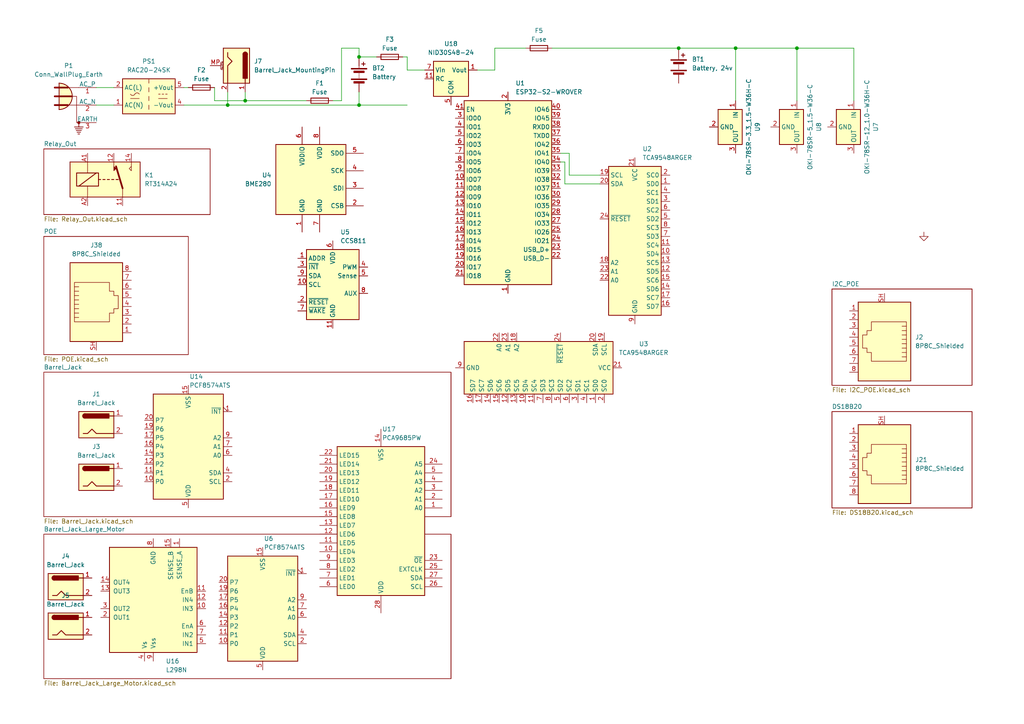
<source format=kicad_sch>
(kicad_sch (version 20230121) (generator eeschema)
  (paper "A4")
  (lib_symbols
    (symbol "Connector:8P8C_Shielded" (pin_names (offset 1.016))
      (property "Reference" "J" (at -5.08 13.97 0))
      (property "Value" "8P8C_Shielded" (at 2.54 13.97 0))
      (symbol "8P8C_Shielded_0_1"
        (polyline (pts (xy -5.08 4.445) (xy -6.35 4.445)))
        (polyline (pts (xy -5.08 5.715) (xy -6.35 5.715)))
        (polyline (pts (xy -6.35 -3.175) (xy -5.08 -3.175) (xy -5.08 -3.175)))
        (polyline (pts (xy -6.35 -1.905) (xy -5.08 -1.905) (xy -5.08 -1.905)))
        (polyline (pts (xy -6.35 -0.635) (xy -5.08 -0.635) (xy -5.08 -0.635)))
        (polyline (pts (xy -6.35 0.635) (xy -5.08 0.635) (xy -5.08 0.635)))
        (polyline (pts (xy -6.35 1.905) (xy -5.08 1.905) (xy -5.08 1.905)))
        (polyline (pts (xy -5.08 3.175) (xy -6.35 3.175) (xy -6.35 3.175)))
        (polyline (pts (xy -6.35 -4.445) (xy -6.35 6.985) (xy 3.81 6.985) (xy 3.81 4.445) (xy 5.08 4.445) (xy 5.08 3.175) (xy 6.35 3.175) (xy 6.35 -0.635) (xy 5.08 -0.635) (xy 5.08 -1.905) (xy 3.81 -1.905) (xy 3.81 -4.445) (xy -6.35 -4.445) (xy -6.35 -4.445)))
        (rectangle (start 7.62 12.7) (end -7.62 -10.16) (stroke (width 0.254)) (fill (type background)))
      )
      (symbol "8P8C_Shielded_1_1"
        (pin passive line (at 10.16 -7.62 180) (length 2.54) (name "~") (number "1"))
        (pin passive line (at 10.16 -5.08 180) (length 2.54) (name "~") (number "2"))
        (pin passive line (at 10.16 -2.54 180) (length 2.54) (name "~") (number "3"))
        (pin passive line (at 10.16 0 180) (length 2.54) (name "~") (number "4"))
        (pin passive line (at 10.16 2.54 180) (length 2.54) (name "~") (number "5"))
        (pin passive line (at 10.16 5.08 180) (length 2.54) (name "~") (number "6"))
        (pin passive line (at 10.16 7.62 180) (length 2.54) (name "~") (number "7"))
        (pin passive line (at 10.16 10.16 180) (length 2.54) (name "~") (number "8"))
        (pin passive line (at 0 -12.7 90) (length 2.54) (name "~") (number "SH"))
      )
    )
    (symbol "Connector:Barrel_Jack" (pin_names (offset 1.016))
      (property "Reference" "J" (at 0 5.334 0))
      (property "Value" "Barrel_Jack" (at 0 -5.08 0))
      (symbol "Barrel_Jack_0_1"
        (rectangle (start -5.08 3.81) (end 5.08 -3.81) (stroke (width 0.254)) (fill (type background)))
        (arc (start -3.302 3.175) (mid -3.9343 2.54) (end -3.302 1.905) (stroke (width 0.254)))
        (arc (start -3.302 3.175) (mid -3.9343 2.54) (end -3.302 1.905) (stroke (width 0.254)) (fill (type outline)))
        (polyline (pts (xy 5.08 2.54) (xy 3.81 2.54)) (stroke (width 0.254)))
        (polyline (pts (xy -3.81 -2.54) (xy -2.54 -2.54) (xy -1.27 -1.27) (xy 0 -2.54) (xy 2.54 -2.54) (xy 5.08 -2.54)) (stroke (width 0.254)))
        (rectangle (start 3.683 3.175) (end -3.302 1.905) (stroke (width 0.254)) (fill (type outline)))
      )
      (symbol "Barrel_Jack_1_1"
        (pin passive line (at 7.62 2.54 180) (length 2.54) (name "~") (number "1"))
        (pin passive line (at 7.62 -2.54 180) (length 2.54) (name "~") (number "2"))
      )
    )
    (symbol "Connector:Barrel_Jack_MountingPin" (pin_names hide)
      (property "Reference" "J" (at 0 5.334 0))
      (property "Value" "Barrel_Jack_MountingPin" (at 1.27 -6.35 0))
      (symbol "Barrel_Jack_MountingPin_0_1"
        (rectangle (start -5.08 3.81) (end 5.08 -3.81) (stroke (width 0.254)) (fill (type background)))
        (arc (start -3.302 3.175) (mid -3.9343 2.54) (end -3.302 1.905) (stroke (width 0.254)))
        (arc (start -3.302 3.175) (mid -3.9343 2.54) (end -3.302 1.905) (stroke (width 0.254)) (fill (type outline)))
        (polyline (pts (xy 5.08 2.54) (xy 3.81 2.54)) (stroke (width 0.254)))
        (polyline (pts (xy -3.81 -2.54) (xy -2.54 -2.54) (xy -1.27 -1.27) (xy 0 -2.54) (xy 2.54 -2.54) (xy 5.08 -2.54)) (stroke (width 0.254)))
        (rectangle (start 3.683 3.175) (end -3.302 1.905) (stroke (width 0.254)) (fill (type outline)))
      )
      (symbol "Barrel_Jack_MountingPin_1_1"
        (polyline (pts (xy -1.016 -4.572) (xy 1.016 -4.572)) (stroke (width 0.1524)))
        (text "Mounting" (at 0 -4.191 0) (effects (font (size 0.381 0.381))))
        (pin passive line (at 7.62 2.54 180) (length 2.54) (name "~") (number "1"))
        (pin passive line (at 7.62 -2.54 180) (length 2.54) (name "~") (number "2"))
        (pin passive line (at 0 -7.62 90) (length 3.048) (name "MountPin") (number "MP"))
      )
    )
    (symbol "Connector:Conn_WallPlug_Earth" (pin_names (offset 0))
      (property "Reference" "P" (at 0 3.81 0))
      (property "Value" "Conn_WallPlug_Earth" (at -5.08 0 90))
      (symbol "Conn_WallPlug_Earth_0_1"
        (arc (start -3.175 -3.81) (mid 0.6184 0) (end -3.175 3.81) (stroke (width 0.254)) (fill (type background)))
        (polyline (pts (xy -4.445 -2.54) (xy -0.635 -2.54)) (stroke (width 0.508)))
        (polyline (pts (xy -4.445 0) (xy 0.508 0)) (stroke (width 0.508)))
        (polyline (pts (xy -4.445 2.54) (xy -0.635 2.54)) (stroke (width 0.508)))
        (polyline (pts (xy -3.175 -3.81) (xy -3.175 3.81)) (stroke (width 0.254)))
        (polyline (pts (xy -0.635 -2.54) (xy 2.54 -2.54)))
        (polyline (pts (xy -0.635 2.54) (xy 2.54 2.54)))
        (polyline (pts (xy 1.524 -9.398) (xy 3.556 -9.398)) (stroke (width 0.2032)))
        (polyline (pts (xy 1.778 -9.906) (xy 3.302 -9.906)) (stroke (width 0.2032)))
        (polyline (pts (xy 2.032 -10.414) (xy 3.048 -10.414)) (stroke (width 0.2032)))
        (polyline (pts (xy 2.286 -10.922) (xy 2.794 -10.922)) (stroke (width 0.2032)))
        (polyline (pts (xy 2.54 -7.62) (xy 2.54 -8.89)) (stroke (width 0.2032)))
        (polyline (pts (xy 3.81 -8.89) (xy 1.27 -8.89)) (stroke (width 0.2032)))
        (polyline (pts (xy 2.54 -7.62) (xy 1.905 -7.62) (xy 1.905 0) (xy -4.445 0)))
        (circle (center 2.54 -7.62) (radius 0.3556) (fill (type outline)))
      )
      (symbol "Conn_WallPlug_Earth_1_1"
        (pin power_out line (at 7.62 2.54 180) (length 5.08) (name "AC_P") (number "1"))
        (pin power_out line (at 7.62 -2.54 180) (length 5.08) (name "AC_N") (number "2"))
        (pin passive line (at 7.62 -7.62 180) (length 5.08) (name "EARTH") (number "3"))
      )
    )
    (symbol "Converter_ACDC:RAC20-24SK"
      (property "Reference" "PS" (at 0 6.35 0))
      (property "Value" "RAC20-24SK" (at 0 -6.35 0))
      (symbol "RAC20-24SK_1_1"
        (rectangle (start -7.62 5.08) (end 7.62 -5.08) (stroke (width 0.254)) (fill (type background)))
        (arc (start -5.334 0.635) (mid -4.699 0.2495) (end -4.064 0.635))
        (arc (start -2.794 0.635) (mid -3.429 1.0072) (end -4.064 0.635))
        (polyline (pts (xy -5.334 -0.635) (xy -2.794 -0.635)))
        (polyline (pts (xy 0 -2.54) (xy 0 -3.81)))
        (polyline (pts (xy 0 0) (xy 0 -1.27)))
        (polyline (pts (xy 0 2.54) (xy 0 1.27)))
        (polyline (pts (xy 0 5.08) (xy 0 3.81)))
        (polyline (pts (xy 2.794 -0.635) (xy 5.334 -0.635)))
        (polyline (pts (xy 2.794 0.635) (xy 3.302 0.635)))
        (polyline (pts (xy 3.81 0.635) (xy 4.318 0.635)))
        (polyline (pts (xy 4.826 0.635) (xy 5.334 0.635)))
        (pin power_in line (at -10.16 -2.54 0) (length 2.54) (name "AC(N)") (number "1"))
        (pin power_in line (at -10.16 2.54 0) (length 2.54) (name "AC(L)") (number "2"))
        (pin power_out line (at 10.16 -2.54 180) (length 2.54) (name "-Vout") (number "4"))
        (pin power_out line (at 10.16 2.54 180) (length 2.54) (name "+Vout") (number "5"))
      )
    )
    (symbol "Converter_DCDC:OKI-78SR-12_1.0-W36H-C"
      (property "Reference" "U" (at -3.81 3.175 0))
      (property "Value" "OKI-78SR-12_1.0-W36H-C" (at 0 3.175 0))
      (symbol "OKI-78SR-12_1.0-W36H-C_0_1"
        (rectangle (start -5.08 1.905) (end 5.08 -5.08) (stroke (width 0.254)) (fill (type background)))
      )
      (symbol "OKI-78SR-12_1.0-W36H-C_1_1"
        (pin power_in line (at -7.62 0 0) (length 2.54) (name "IN") (number "1"))
        (pin power_in line (at 0 -7.62 90) (length 2.54) (name "GND") (number "2"))
        (pin power_out line (at 7.62 0 180) (length 2.54) (name "OUT") (number "3"))
      )
    )
    (symbol "Converter_DCDC:OKI-78SR-3.3_1.5-W36H-C"
      (property "Reference" "U" (at -3.81 3.175 0))
      (property "Value" "OKI-78SR-3.3_1.5-W36H-C" (at 0 3.175 0))
      (symbol "OKI-78SR-3.3_1.5-W36H-C_0_1"
        (rectangle (start -5.08 1.905) (end 5.08 -5.08) (stroke (width 0.254)) (fill (type background)))
      )
      (symbol "OKI-78SR-3.3_1.5-W36H-C_1_1"
        (pin power_in line (at -7.62 0 0) (length 2.54) (name "IN") (number "1"))
        (pin power_in line (at 0 -7.62 90) (length 2.54) (name "GND") (number "2"))
        (pin power_out line (at 7.62 0 180) (length 2.54) (name "OUT") (number "3"))
      )
    )
    (symbol "Converter_DCDC:OKI-78SR-5_1.5-W36-C"
      (property "Reference" "U" (at -3.81 3.175 0))
      (property "Value" "OKI-78SR-5_1.5-W36-C" (at 0 3.175 0))
      (symbol "OKI-78SR-5_1.5-W36-C_0_1"
        (rectangle (start -5.08 1.905) (end 5.08 -5.08) (stroke (width 0.254)) (fill (type background)))
      )
      (symbol "OKI-78SR-5_1.5-W36-C_1_1"
        (pin power_in line (at -7.62 0 0) (length 2.54) (name "IN") (number "1"))
        (pin power_in line (at 0 -7.62 90) (length 2.54) (name "GND") (number "2"))
        (pin power_out line (at 7.62 0 180) (length 2.54) (name "OUT") (number "3"))
      )
    )
    (symbol "Device:Battery" (pin_numbers hide) (pin_names (offset 0) hide)
      (property "Reference" "BT" (at 2.54 2.54 0))
      (property "Value" "Battery" (at 2.54 0 0))
      (symbol "Battery_0_1"
        (rectangle (start -2.286 -1.27) (end 2.286 -1.524) (fill (type outline)))
        (rectangle (start -2.286 1.778) (end 2.286 1.524) (fill (type outline)))
        (rectangle (start -1.524 -2.032) (end 1.524 -2.54) (fill (type outline)))
        (rectangle (start -1.524 1.016) (end 1.524 0.508) (fill (type outline)))
        (polyline (pts (xy 0 -1.016) (xy 0 -0.762)))
        (polyline (pts (xy 0 -0.508) (xy 0 -0.254)))
        (polyline (pts (xy 0 0) (xy 0 0.254)))
        (polyline (pts (xy 0 1.778) (xy 0 2.54)))
        (polyline (pts (xy 0.762 3.048) (xy 1.778 3.048)) (stroke (width 0.254)))
        (polyline (pts (xy 1.27 3.556) (xy 1.27 2.54)) (stroke (width 0.254)))
      )
      (symbol "Battery_1_1"
        (pin passive line (at 0 5.08 270) (length 2.54) (name "+") (number "1"))
        (pin passive line (at 0 -5.08 90) (length 2.54) (name "-") (number "2"))
      )
    )
    (symbol "Device:Fuse" (pin_numbers hide) (pin_names (offset 0))
      (property "Reference" "F" (at 2.032 0 90))
      (property "Value" "Fuse" (at -1.905 0 90))
      (symbol "Fuse_0_1"
        (rectangle (start -0.762 -2.54) (end 0.762 2.54) (stroke (width 0.254)))
        (polyline (pts (xy 0 2.54) (xy 0 -2.54)))
      )
      (symbol "Fuse_1_1"
        (pin passive line (at 0 3.81 270) (length 1.27) (name "~") (number "1"))
        (pin passive line (at 0 -3.81 90) (length 1.27) (name "~") (number "2"))
      )
    )
    (symbol "Driver_LED:PCA9685PW"
      (property "Reference" "U" (at -12.7 22.225 0))
      (property "Value" "PCA9685PW" (at 1.27 22.225 0))
      (symbol "PCA9685PW_0_1"
        (rectangle (start -12.7 20.32) (end 12.7 -22.86) (stroke (width 0.254)) (fill (type background)))
      )
      (symbol "PCA9685PW_1_1"
        (pin input line (at -17.78 -5.08 0) (length 5.08) (name "A0") (number "1"))
        (pin output line (at 17.78 7.62 180) (length 5.08) (name "LED4") (number "10"))
        (pin output line (at 17.78 5.08 180) (length 5.08) (name "LED5") (number "11"))
        (pin output line (at 17.78 2.54 180) (length 5.08) (name "LED6") (number "12"))
        (pin output line (at 17.78 0 180) (length 5.08) (name "LED7") (number "13"))
        (pin power_in line (at 0 -27.94 90) (length 5.08) (name "VSS") (number "14"))
        (pin output line (at 17.78 -2.54 180) (length 5.08) (name "LED8") (number "15"))
        (pin output line (at 17.78 -5.08 180) (length 5.08) (name "LED9") (number "16"))
        (pin output line (at 17.78 -7.62 180) (length 5.08) (name "LED10") (number "17"))
        (pin output line (at 17.78 -10.16 180) (length 5.08) (name "LED11") (number "18"))
        (pin output line (at 17.78 -12.7 180) (length 5.08) (name "LED12") (number "19"))
        (pin input line (at -17.78 -7.62 0) (length 5.08) (name "A1") (number "2"))
        (pin output line (at 17.78 -15.24 180) (length 5.08) (name "LED13") (number "20"))
        (pin output line (at 17.78 -17.78 180) (length 5.08) (name "LED14") (number "21"))
        (pin output line (at 17.78 -20.32 180) (length 5.08) (name "LED15") (number "22"))
        (pin input line (at -17.78 10.16 0) (length 5.08) (name "~{OE}") (number "23"))
        (pin input line (at -17.78 -17.78 0) (length 5.08) (name "A5") (number "24"))
        (pin input line (at -17.78 12.7 0) (length 5.08) (name "EXTCLK") (number "25"))
        (pin input line (at -17.78 17.78 0) (length 5.08) (name "SCL") (number "26"))
        (pin bidirectional line (at -17.78 15.24 0) (length 5.08) (name "SDA") (number "27"))
        (pin power_in line (at 0 25.4 270) (length 5.08) (name "VDD") (number "28"))
        (pin input line (at -17.78 -10.16 0) (length 5.08) (name "A2") (number "3"))
        (pin input line (at -17.78 -12.7 0) (length 5.08) (name "A3") (number "4"))
        (pin input line (at -17.78 -15.24 0) (length 5.08) (name "A4") (number "5"))
        (pin output line (at 17.78 17.78 180) (length 5.08) (name "LED0") (number "6"))
        (pin output line (at 17.78 15.24 180) (length 5.08) (name "LED1") (number "7"))
        (pin output line (at 17.78 12.7 180) (length 5.08) (name "LED2") (number "8"))
        (pin output line (at 17.78 10.16 180) (length 5.08) (name "LED3") (number "9"))
      )
    )
    (symbol "Driver_Motor:L298N" (pin_names (offset 1.016))
      (property "Reference" "U" (at -10.16 16.51 0))
      (property "Value" "L298N" (at 12.7 16.51 0))
      (symbol "L298N_0_1"
        (rectangle (start -12.7 15.24) (end 12.7 -15.24) (stroke (width 0.254)) (fill (type background)))
      )
      (symbol "L298N_1_1"
        (pin power_in line (at -7.62 -17.78 90) (length 2.54) (name "SENSE_A") (number "1"))
        (pin input line (at -15.24 2.54 0) (length 2.54) (name "IN3") (number "10"))
        (pin input line (at -15.24 -2.54 0) (length 2.54) (name "EnB") (number "11"))
        (pin input line (at -15.24 0 0) (length 2.54) (name "IN4") (number "12"))
        (pin output line (at 15.24 -2.54 180) (length 2.54) (name "OUT3") (number "13"))
        (pin output line (at 15.24 -5.08 180) (length 2.54) (name "OUT4") (number "14"))
        (pin power_in line (at -5.08 -17.78 90) (length 2.54) (name "SENSE_B") (number "15"))
        (pin output line (at 15.24 5.08 180) (length 2.54) (name "OUT1") (number "2"))
        (pin output line (at 15.24 2.54 180) (length 2.54) (name "OUT2") (number "3"))
        (pin power_in line (at 2.54 17.78 270) (length 2.54) (name "Vs") (number "4"))
        (pin input line (at -15.24 12.7 0) (length 2.54) (name "IN1") (number "5"))
        (pin input line (at -15.24 7.62 0) (length 2.54) (name "EnA") (number "6"))
        (pin input line (at -15.24 10.16 0) (length 2.54) (name "IN2") (number "7"))
        (pin power_in line (at 0 -17.78 90) (length 2.54) (name "GND") (number "8"))
        (pin power_in line (at 0 17.78 270) (length 2.54) (name "Vss") (number "9"))
      )
    )
    (symbol "Interface_Expansion:PCF8574ATS"
      (property "Reference" "U" (at -8.89 16.51 0))
      (property "Value" "PCF8574ATS" (at 3.81 16.51 0))
      (symbol "PCF8574ATS_0_1"
        (rectangle (start -10.16 15.24) (end 10.16 -15.24) (stroke (width 0.254)) (fill (type background)))
      )
      (symbol "PCF8574ATS_1_1"
        (pin open_collector output_low (at -12.7 -10.16 0) (length 2.54) (name "~{INT}") (number "1"))
        (pin bidirectional line (at 12.7 10.16 180) (length 2.54) (name "P0") (number "10"))
        (pin bidirectional line (at 12.7 7.62 180) (length 2.54) (name "P1") (number "11"))
        (pin bidirectional line (at 12.7 5.08 180) (length 2.54) (name "P2") (number "12"))
        (pin no_connect line (at -10.16 -5.08 0) (length 2.54) hide (name "NC") (number "13"))
        (pin bidirectional line (at 12.7 2.54 180) (length 2.54) (name "P3") (number "14"))
        (pin power_in line (at 0 -17.78 90) (length 2.54) (name "VSS") (number "15"))
        (pin bidirectional line (at 12.7 0 180) (length 2.54) (name "P4") (number "16"))
        (pin bidirectional line (at 12.7 -2.54 180) (length 2.54) (name "P5") (number "17"))
        (pin no_connect line (at -10.16 -7.62 0) (length 2.54) hide (name "NC") (number "18"))
        (pin bidirectional line (at 12.7 -5.08 180) (length 2.54) (name "P6") (number "19"))
        (pin input line (at -12.7 10.16 0) (length 2.54) (name "SCL") (number "2"))
        (pin bidirectional line (at 12.7 -7.62 180) (length 2.54) (name "P7") (number "20"))
        (pin no_connect line (at 10.16 -10.16 180) (length 2.54) hide (name "NC") (number "3"))
        (pin bidirectional line (at -12.7 7.62 0) (length 2.54) (name "SDA") (number "4"))
        (pin power_in line (at 0 17.78 270) (length 2.54) (name "VDD") (number "5"))
        (pin input line (at -12.7 2.54 0) (length 2.54) (name "A0") (number "6"))
        (pin input line (at -12.7 0 0) (length 2.54) (name "A1") (number "7"))
        (pin no_connect line (at 10.16 -12.7 180) (length 2.54) hide (name "NC") (number "8"))
        (pin input line (at -12.7 -2.54 0) (length 2.54) (name "A2") (number "9"))
      )
    )
    (symbol "Interface_Expansion:TCA9548ARGER"
      (property "Reference" "U" (at -7.62 21.59 0))
      (property "Value" "TCA9548ARGER" (at 1.016 21.59 0))
      (symbol "TCA9548ARGER_0_1"
        (rectangle (start -7.62 20.32) (end 7.62 -22.86) (stroke (width 0.254)) (fill (type background)))
      )
      (symbol "TCA9548ARGER_1_1"
        (pin bidirectional line (at 10.16 15.24 180) (length 2.54) (name "SD0") (number "1"))
        (pin bidirectional line (at 10.16 -5.08 180) (length 2.54) (name "SD4") (number "10"))
        (pin output line (at 10.16 -2.54 180) (length 2.54) (name "SC4") (number "11"))
        (pin bidirectional line (at 10.16 -10.16 180) (length 2.54) (name "SD5") (number "12"))
        (pin output line (at 10.16 -7.62 180) (length 2.54) (name "SC5") (number "13"))
        (pin bidirectional line (at 10.16 -15.24 180) (length 2.54) (name "SD6") (number "14"))
        (pin output line (at 10.16 -12.7 180) (length 2.54) (name "SC6") (number "15"))
        (pin bidirectional line (at 10.16 -20.32 180) (length 2.54) (name "SD7") (number "16"))
        (pin output line (at 10.16 -17.78 180) (length 2.54) (name "SC7") (number "17"))
        (pin input line (at -10.16 -7.62 0) (length 2.54) (name "A2") (number "18"))
        (pin input line (at -10.16 17.78 0) (length 2.54) (name "SCL") (number "19"))
        (pin output line (at 10.16 17.78 180) (length 2.54) (name "SC0") (number "2"))
        (pin bidirectional line (at -10.16 15.24 0) (length 2.54) (name "SDA") (number "20"))
        (pin power_in line (at 0 22.86 270) (length 2.54) (name "VCC") (number "21"))
        (pin input line (at -10.16 -12.7 0) (length 2.54) (name "A0") (number "22"))
        (pin input line (at -10.16 -10.16 0) (length 2.54) (name "A1") (number "23"))
        (pin input line (at -10.16 5.08 0) (length 2.54) (name "~{RESET}") (number "24"))
        (pin no_connect line (at -7.62 -15.24 0) (length 2.54) hide (name "1EP") (number "25"))
        (pin bidirectional line (at 10.16 10.16 180) (length 2.54) (name "SD1") (number "3"))
        (pin output line (at 10.16 12.7 180) (length 2.54) (name "SC1") (number "4"))
        (pin bidirectional line (at 10.16 5.08 180) (length 2.54) (name "SD2") (number "5"))
        (pin output line (at 10.16 7.62 180) (length 2.54) (name "SC2") (number "6"))
        (pin bidirectional line (at 10.16 0 180) (length 2.54) (name "SD3") (number "7"))
        (pin output line (at 10.16 2.54 180) (length 2.54) (name "SC3") (number "8"))
        (pin power_in line (at 0 -25.4 90) (length 2.54) (name "GND") (number "9"))
      )
    )
    (symbol "RF_Module:ESP32-S2-WROVER"
      (property "Reference" "U" (at -12.7 29.21 0))
      (property "Value" "ESP32-S2-WROVER" (at 2.54 29.21 0))
      (symbol "ESP32-S2-WROVER_0_1"
        (rectangle (start -12.7 27.94) (end 12.7 -25.4) (stroke (width 0.254)) (fill (type background)))
      )
      (symbol "ESP32-S2-WROVER_1_1"
        (pin power_in line (at 0 -27.94 90) (length 2.54) (name "GND") (number "1"))
        (pin bidirectional line (at -15.24 5.08 0) (length 2.54) (name "IO07") (number "10"))
        (pin bidirectional line (at -15.24 2.54 0) (length 2.54) (name "IO08") (number "11"))
        (pin bidirectional line (at -15.24 0 0) (length 2.54) (name "IO09") (number "12"))
        (pin bidirectional line (at -15.24 -2.54 0) (length 2.54) (name "IO10") (number "13"))
        (pin bidirectional line (at -15.24 -5.08 0) (length 2.54) (name "IO11") (number "14"))
        (pin bidirectional line (at -15.24 -7.62 0) (length 2.54) (name "IO12") (number "15"))
        (pin bidirectional line (at -15.24 -10.16 0) (length 2.54) (name "IO13") (number "16"))
        (pin bidirectional line (at -15.24 -12.7 0) (length 2.54) (name "IO14") (number "17"))
        (pin bidirectional line (at -15.24 -15.24 0) (length 2.54) (name "IO15") (number "18"))
        (pin bidirectional line (at -15.24 -17.78 0) (length 2.54) (name "IO16") (number "19"))
        (pin power_in line (at 0 30.48 270) (length 2.54) (name "3V3") (number "2"))
        (pin bidirectional line (at -15.24 -20.32 0) (length 2.54) (name "IO17") (number "20"))
        (pin bidirectional line (at -15.24 -22.86 0) (length 2.54) (name "IO18") (number "21"))
        (pin bidirectional line (at 15.24 -17.78 180) (length 2.54) (name "USB_D-") (number "22"))
        (pin bidirectional line (at 15.24 -15.24 180) (length 2.54) (name "USB_D+") (number "23"))
        (pin bidirectional line (at 15.24 -12.7 180) (length 2.54) (name "IO21") (number "24"))
        (pin bidirectional line (at 15.24 -10.16 180) (length 2.54) (name "IO26") (number "25"))
        (pin passive line (at 0 -27.94 90) (length 2.54) hide (name "GND") (number "26"))
        (pin bidirectional line (at 15.24 -7.62 180) (length 2.54) (name "IO33") (number "27"))
        (pin bidirectional line (at 15.24 -5.08 180) (length 2.54) (name "IO34") (number "28"))
        (pin bidirectional line (at 15.24 -2.54 180) (length 2.54) (name "IO35") (number "29"))
        (pin bidirectional line (at -15.24 22.86 0) (length 2.54) (name "IO00") (number "3"))
        (pin bidirectional line (at 15.24 0 180) (length 2.54) (name "IO36") (number "30"))
        (pin bidirectional line (at 15.24 2.54 180) (length 2.54) (name "IO37") (number "31"))
        (pin bidirectional line (at 15.24 5.08 180) (length 2.54) (name "IO38") (number "32"))
        (pin bidirectional line (at 15.24 7.62 180) (length 2.54) (name "IO39") (number "33"))
        (pin bidirectional line (at 15.24 10.16 180) (length 2.54) (name "IO40") (number "34"))
        (pin bidirectional line (at 15.24 12.7 180) (length 2.54) (name "IO41") (number "35"))
        (pin bidirectional line (at 15.24 15.24 180) (length 2.54) (name "IO42") (number "36"))
        (pin bidirectional line (at 15.24 17.78 180) (length 2.54) (name "TXD0") (number "37"))
        (pin bidirectional line (at 15.24 20.32 180) (length 2.54) (name "RXD0") (number "38"))
        (pin bidirectional line (at 15.24 22.86 180) (length 2.54) (name "IO45") (number "39"))
        (pin bidirectional line (at -15.24 20.32 0) (length 2.54) (name "IO01") (number "4"))
        (pin input line (at 15.24 25.4 180) (length 2.54) (name "IO46") (number "40"))
        (pin input line (at -15.24 25.4 0) (length 2.54) (name "EN") (number "41"))
        (pin passive line (at 0 -27.94 90) (length 2.54) hide (name "GND") (number "42"))
        (pin passive line (at 0 -27.94 90) (length 2.54) hide (name "GND") (number "43"))
        (pin bidirectional line (at -15.24 17.78 0) (length 2.54) (name "IO02") (number "5"))
        (pin bidirectional line (at -15.24 15.24 0) (length 2.54) (name "IO03") (number "6"))
        (pin bidirectional line (at -15.24 12.7 0) (length 2.54) (name "IO04") (number "7"))
        (pin bidirectional line (at -15.24 10.16 0) (length 2.54) (name "IO05") (number "8"))
        (pin bidirectional line (at -15.24 7.62 0) (length 2.54) (name "IO06") (number "9"))
      )
    )
    (symbol "Regulator_Switching:NID30S48-24"
      (property "Reference" "U" (at -5.08 6.35 0))
      (property "Value" "NID30S48-24" (at 0 6.35 0))
      (symbol "NID30S48-24_0_1"
        (rectangle (start -5.08 5.08) (end 5.08 -5.08) (stroke (width 0.254)) (fill (type background)))
      )
      (symbol "NID30S48-24_1_1"
        (pin power_out line (at 7.62 2.54 180) (length 2.54) (name "Vout") (number "1"))
        (pin no_connect line (at 5.08 -2.54 180) (length 2.54) hide (name "NC") (number "10"))
        (pin input line (at -7.62 0 0) (length 2.54) (name "RC") (number "11"))
        (pin passive line (at 7.62 2.54 180) (length 2.54) hide (name "Vout") (number "2"))
        (pin passive line (at 7.62 2.54 180) (length 2.54) hide (name "Vout") (number "3"))
        (pin passive line (at 7.62 2.54 180) (length 2.54) hide (name "Vout") (number "4"))
        (pin power_in line (at 0 -7.62 90) (length 2.54) (name "COM") (number "5"))
        (pin passive line (at 0 -7.62 90) (length 2.54) hide (name "COM") (number "6"))
        (pin power_in line (at -7.62 2.54 0) (length 2.54) (name "Vin") (number "7"))
        (pin passive line (at -7.62 2.54 0) (length 2.54) hide (name "Vin") (number "8"))
        (pin no_connect line (at 5.08 0 180) (length 2.54) hide (name "NC") (number "9"))
      )
    )
    (symbol "Relay:RT314A24"
      (property "Reference" "K" (at 11.43 3.81 0))
      (property "Value" "RT314A24" (at 11.43 1.27 0))
      (symbol "RT314A24_0_0"
        (polyline (pts (xy -2.54 1.905) (xy -7.62 -1.905)) (stroke (width 0.254)))
      )
      (symbol "RT314A24_0_1"
        (rectangle (start -10.16 5.08) (end 10.16 -5.08) (stroke (width 0.254)) (fill (type background)))
        (rectangle (start -8.255 1.905) (end -1.905 -1.905) (stroke (width 0.254)))
        (polyline (pts (xy -5.08 -5.08) (xy -5.08 -1.905)))
        (polyline (pts (xy -5.08 5.08) (xy -5.08 1.905)))
        (polyline (pts (xy -1.905 0) (xy -1.27 0)) (stroke (width 0.254)))
        (polyline (pts (xy -0.635 0) (xy 0 0)) (stroke (width 0.254)))
        (polyline (pts (xy 0.635 0) (xy 1.27 0)) (stroke (width 0.254)))
        (polyline (pts (xy 1.905 0) (xy 2.54 0)) (stroke (width 0.254)))
        (polyline (pts (xy 3.175 0) (xy 3.81 0)) (stroke (width 0.254)))
        (polyline (pts (xy 5.08 -2.54) (xy 3.175 3.81)) (stroke (width 0.508)))
        (polyline (pts (xy 5.08 -2.54) (xy 5.08 -5.08)))
        (polyline (pts (xy 2.54 5.08) (xy 2.54 2.54) (xy 3.175 3.175) (xy 2.54 3.81)) (fill (type outline)))
        (polyline (pts (xy 7.62 5.08) (xy 7.62 2.54) (xy 6.985 3.175) (xy 7.62 3.81)))
      )
      (symbol "RT314A24_1_1"
        (pin passive line (at 5.08 -7.62 90) (length 2.54) (name "~") (number "11"))
        (pin passive line (at 2.54 7.62 270) (length 2.54) (name "~") (number "12"))
        (pin passive line (at 7.62 7.62 270) (length 2.54) (name "~") (number "14"))
        (pin passive line (at -5.08 7.62 270) (length 2.54) (name "~") (number "A1"))
        (pin passive line (at -5.08 -7.62 90) (length 2.54) (name "~") (number "A2"))
      )
    )
    (symbol "Sensor:BME280"
      (property "Reference" "U" (at -8.89 11.43 0))
      (property "Value" "BME280" (at 7.62 11.43 0))
      (symbol "BME280_0_1"
        (rectangle (start -10.16 10.16) (end 10.16 -10.16) (stroke (width 0.254)) (fill (type background)))
      )
      (symbol "BME280_1_1"
        (pin power_in line (at -2.54 -15.24 90) (length 5.08) (name "GND") (number "1"))
        (pin input line (at 15.24 -7.62 180) (length 5.08) (name "CSB") (number "2"))
        (pin bidirectional line (at 15.24 -2.54 180) (length 5.08) (name "SDI") (number "3"))
        (pin input line (at 15.24 2.54 180) (length 5.08) (name "SCK") (number "4"))
        (pin bidirectional line (at 15.24 7.62 180) (length 5.08) (name "SDO") (number "5"))
        (pin power_in line (at -2.54 15.24 270) (length 5.08) (name "VDDIO") (number "6"))
        (pin power_in line (at 2.54 -15.24 90) (length 5.08) (name "GND") (number "7"))
        (pin power_in line (at 2.54 15.24 270) (length 5.08) (name "VDD") (number "8"))
      )
    )
    (symbol "Sensor_Gas:CCS811"
      (property "Reference" "U" (at -8.89 13.97 0))
      (property "Value" "CCS811" (at -6.35 11.43 0))
      (symbol "CCS811_0_1"
        (rectangle (start -7.62 10.16) (end 7.62 -10.16) (stroke (width 0.254)) (fill (type background)))
      )
      (symbol "CCS811_1_1"
        (pin input line (at -10.16 7.62 0) (length 2.54) (name "ADDR") (number "1"))
        (pin input line (at -10.16 0 0) (length 2.54) (name "SCL") (number "10"))
        (pin power_in line (at 0 -12.7 90) (length 2.54) (name "GND") (number "11"))
        (pin input line (at -10.16 -5.08 0) (length 2.54) (name "~{RESET}") (number "2"))
        (pin output line (at -10.16 5.08 0) (length 2.54) (name "~{INT}") (number "3"))
        (pin output line (at 10.16 5.08 180) (length 2.54) (name "PWM") (number "4"))
        (pin bidirectional line (at 10.16 2.54 180) (length 2.54) (name "Sense") (number "5"))
        (pin power_in line (at 0 12.7 270) (length 2.54) (name "VDD") (number "6"))
        (pin input line (at -10.16 -7.62 0) (length 2.54) (name "~{WAKE}") (number "7"))
        (pin input line (at 10.16 -2.54 180) (length 2.54) (name "AUX") (number "8"))
        (pin bidirectional line (at -10.16 2.54 0) (length 2.54) (name "SDA") (number "9"))
      )
    )
    (symbol "power:GND" (power) (pin_names (offset 0))
      (property "Value" "GND" (at 0 -3.81 0))
      (symbol "GND_0_1"
        (polyline (pts (xy 0 0) (xy 0 -1.27) (xy 1.27 -1.27) (xy 0 -2.54) (xy -1.27 -1.27) (xy 0 -1.27)))
      )
      (symbol "GND_1_1"
        (pin power_in line (at 0 0 270) (length 0) hide (name "GND") (number "1"))
      )
    )
  )
  (junction (at 66.04 30.48))
  (junction (at 231.14 13.97))
  (junction (at 196.85 13.97))
  (junction (at 104.14 30.48))
  (junction (at 213.36 13.97))
  (junction (at 104.14 16.51))
  (junction (at 71.12 29.21))
  (wire (pts (xy 104.14 30.48) (xy 118.11 30.48)))
  (wire (pts (xy 96.52 29.21) (xy 99.06 29.21)))
  (wire (pts (xy 163.83 53.34) (xy 173.99 53.34)))
  (wire (pts (xy 163.83 46.99) (xy 162.56 46.99)))
  (wire (pts (xy 231.14 13.97) (xy 247.65 13.97)))
  (wire (pts (xy 143.51 13.97) (xy 152.4997 13.97)))
  (wire (pts (xy 213.36 13.97) (xy 213.36 29.21)))
  (wire (pts (xy 247.65 13.97) (xy 247.65 29.21)))
  (wire (pts (xy 53.34 30.48) (xy 66.04 30.48)))
  (wire (pts (xy 62.23 25.4) (xy 62.23 29.21)))
  (wire (pts (xy 66.04 30.48) (xy 104.14 30.48)))
  (wire (pts (xy 165.1 50.8) (xy 173.99 50.8)))
  (wire (pts (xy 165.1 44.45) (xy 165.1 50.8)))
  (wire (pts (xy 99.06 13.97) (xy 104.14 13.97)))
  (wire (pts (xy 196.85 13.97) (xy 213.36 13.97)))
  (wire (pts (xy 163.83 46.99) (xy 163.83 53.34)))
  (wire (pts (xy 104.14 16.51) (xy 109.22 16.51)))
  (wire (pts (xy 162.56 44.45) (xy 165.1 44.45)))
  (wire (pts (xy 143.51 20.32) (xy 143.51 13.97)))
  (wire (pts (xy 138.43 20.32) (xy 143.51 20.32)))
  (wire (pts (xy 231.14 13.97) (xy 231.14 29.21)))
  (wire (pts (xy 71.12 29.21) (xy 88.9 29.21)))
  (wire (pts (xy 116.84 16.51) (xy 118.11 16.51)))
  (wire (pts (xy 99.06 29.21) (xy 99.06 13.97)))
  (wire (pts (xy 27.94 25.4) (xy 33.02 25.4)))
  (wire (pts (xy 104.14 13.97) (xy 104.14 16.51)))
  (wire (pts (xy 104.14 30.48) (xy 104.14 26.67)))
  (wire (pts (xy 27.94 30.48) (xy 33.02 30.48)))
  (wire (pts (xy 66.04 26.67) (xy 66.04 30.48)))
  (wire (pts (xy 53.34 25.4) (xy 54.61 25.4)))
  (wire (pts (xy 118.11 20.32) (xy 123.19 20.32)))
  (wire (pts (xy 160.1197 13.97) (xy 196.85 13.97)))
  (wire (pts (xy 118.11 16.51) (xy 118.11 20.32)))
  (wire (pts (xy 213.36 13.97) (xy 231.14 13.97)))
  (wire (pts (xy 71.12 26.67) (xy 71.12 29.21)))
  (wire (pts (xy 62.23 29.21) (xy 71.12 29.21)))
  (symbol (lib_id "Sensor_Gas:CCS811") (at 96.52 82.55 0) (unit 1)
    (property "Reference" "U5" (at 98.7141 67.31 0) (effects (justify left)))
    (property "Value" "CCS811" (at 98.7141 69.85 0) (effects (justify left)))
    (property "Footprint" "Package_LGA:AMS_LGA-10-1EP_2.7x4mm_P0.6mm" (effects hide))
    (property "Datasheet" "https://www.sciosense.com/wp-content/uploads/documents/SC-001232-DS-3-CCS811B-Datasheet-Revision-2.pdf" (effects hide))
  )
  (symbol (lib_id "Device:Fuse") (at 113.03 16.51 90) (unit 1)
    (property "Reference" "F3" (at 113.03 11.43 90))
    (property "Value" "Fuse" (at 113.03 13.97 90))
  )
  (symbol (lib_id "Device:Battery") (at 196.85 19.05 0) (unit 1)
    (property "Reference" "BT1" (at 200.66 17.2085 0) (effects (justify left)))
    (property "Value" "Battery, 24v" (at 200.66 19.7485 0) (effects (justify left)))
  )
  (symbol (lib_id "Connector:Barrel_Jack") (at 19.05 181.61 0) (unit 1)
    (property "Reference" "J5" (at 19.05 172.72 0))
    (property "Value" "Barrel_Jack" (at 19.05 175.26 0))
  )
  (symbol (lib_id "Sensor:BME280") (at 90.17 52.07 0) (unit 1)
    (property "Reference" "U4" (at 78.74 50.8 0) (effects (justify right)))
    (property "Value" "BME280" (at 78.74 53.34 0) (effects (justify right)))
    (property "Footprint" "Package_LGA:Bosch_LGA-8_2.5x2.5mm_P0.65mm_ClockwisePinNumbering" (effects hide))
    (property "Datasheet" "https://www.bosch-sensortec.com/media/boschsensortec/downloads/datasheets/bst-bme280-ds002.pdf" (effects hide))
  )
  (symbol (lib_id "Driver_LED:PCA9685PW") (at 110.49 152.4 180) (unit 1)
    (property "Reference" "U17" (at 110.8359 124.46 0) (effects (justify right)))
    (property "Value" "PCA9685PW" (at 110.8359 127 0) (effects (justify right)))
    (property "Footprint" "Package_SO:TSSOP-28_4.4x9.7mm_P0.65mm" (effects hide))
    (property "Datasheet" "http://www.nxp.com/docs/en/data-sheet/PCA9685.pdf" (effects hide))
  )
  (symbol (lib_id "Interface_Expansion:TCA9548ARGER") (at 157.48 106.68 270) (unit 1)
    (property "Reference" "U3" (at 186.69 99.7519 90))
    (property "Value" "TCA9548ARGER" (at 186.69 102.2919 90))
    (property "Footprint" "Package_DFN_QFN:Texas_RGE0024C_EP2.1x2.1mm" (effects hide))
    (property "Datasheet" "http://www.ti.com/lit/ds/symlink/tca9548a.pdf" (effects hide))
  )
  (symbol (lib_id "Device:Fuse") (at 58.42 25.4 90) (unit 1)
    (property "Reference" "F2" (at 58.42 20.32 90))
    (property "Value" "Fuse" (at 58.42 22.86 90))
  )
  (symbol (lib_id "Converter_DCDC:OKI-78SR-12_1.0-W36H-C") (at 247.65 36.83 270) (unit 1)
    (property "Reference" "U7" (at 254 36.83 0))
    (property "Value" "OKI-78SR-12_1.0-W36H-C" (at 251.46 36.83 0))
    (property "Footprint" "Converter_DCDC:Converter_DCDC_Murata_OKI-78SR_Horizontal" (effects hide))
    (property "Datasheet" "https://power.murata.com/data/power/oki-78sr.pdf" (effects hide))
  )
  (symbol (lib_id "Connector:Conn_WallPlug_Earth") (at 20.32 27.94 0) (unit 1)
    (property "Reference" "P1" (at 19.9263 19.05 0))
    (property "Value" "Conn_WallPlug_Earth" (at 19.9263 21.59 0))
  )
  (symbol (lib_id "Device:Fuse") (at 92.71 29.21 90) (unit 1)
    (property "Reference" "F1" (at 92.71 24.13 90))
    (property "Value" "Fuse" (at 92.71 26.67 90))
  )
  (symbol (lib_id "Interface_Expansion:TCA9548ARGER") (at 184.15 68.58 0) (unit 1)
    (property "Reference" "U2" (at 186.3441 43.18 0) (effects (justify left)))
    (property "Value" "TCA9548ARGER" (at 186.3441 45.72 0) (effects (justify left)))
    (property "Footprint" "Package_DFN_QFN:Texas_RGE0024C_EP2.1x2.1mm" (effects hide))
    (property "Datasheet" "http://www.ti.com/lit/ds/symlink/tca9548a.pdf" (effects hide))
  )
  (symbol (lib_id "Interface_Expansion:PCF8574ATS") (at 76.2 176.53 180) (unit 1)
    (property "Reference" "U6" (at 76.5459 156.21 0) (effects (justify right)))
    (property "Value" "PCF8574ATS" (at 76.5459 158.75 0) (effects (justify right)))
    (property "Footprint" "Package_SO:SSOP-20_4.4x6.5mm_P0.65mm" (effects hide))
    (property "Datasheet" "http://www.nxp.com/docs/en/data-sheet/PCF8574_PCF8574A.pdf" (effects hide))
  )
  (symbol (lib_id "Connector:Barrel_Jack_MountingPin") (at 68.58 19.05 270) (unit 1)
    (property "Reference" "J7" (at 73.66 17.78 90) (effects (justify left)))
    (property "Value" "Barrel_Jack_MountingPin" (at 73.66 20.32 90) (effects (justify left)))
    (property "Footprint" "Connector_BarrelJack:BarrelJack_SwitchcraftConxall_RAPC10U_Horizontal" (effects hide))
  )
  (symbol (lib_id "Converter_DCDC:OKI-78SR-5_1.5-W36-C") (at 231.14 36.83 270) (unit 1)
    (property "Reference" "U8" (at 237.49 36.83 0))
    (property "Value" "OKI-78SR-5_1.5-W36-C" (at 234.95 36.83 0))
    (property "Footprint" "Converter_DCDC:Converter_DCDC_Murata_OKI-78SR_Vertical" (effects hide))
    (property "Datasheet" "https://power.murata.com/data/power/oki-78sr.pdf" (effects hide))
  )
  (symbol (lib_id "Connector:Barrel_Jack") (at 19.05 170.18 0) (unit 1)
    (property "Reference" "J4" (at 19.05 161.29 0))
    (property "Value" "Barrel_Jack" (at 19.05 163.83 0))
  )
  (symbol (lib_id "power:GND") (at 267.97 67.31 0) (unit 1)
    (property "Reference" "#PWR07" (effects hide))
    (property "Value" "GND" (effects hide))
  )
  (symbol (lib_id "Interface_Expansion:PCF8574ATS") (at 54.61 129.54 180) (unit 1)
    (property "Reference" "U14" (at 54.9559 109.22 0) (effects (justify right)))
    (property "Value" "PCF8574ATS" (at 54.9559 111.76 0) (effects (justify right)))
    (property "Footprint" "Package_SO:SSOP-20_4.4x6.5mm_P0.65mm" (effects hide))
    (property "Datasheet" "http://www.nxp.com/docs/en/data-sheet/PCF8574_PCF8574A.pdf" (effects hide))
  )
  (symbol (lib_id "Device:Fuse") (at 156.3097 13.97 90) (unit 1)
    (property "Reference" "F5" (at 156.3097 8.89 90))
    (property "Value" "Fuse" (at 156.3097 11.43 90))
  )
  (symbol (lib_id "Device:Battery") (at 104.14 21.59 0) (unit 1)
    (property "Reference" "BT2" (at 107.95 19.7485 0) (effects (justify left)))
    (property "Value" "Battery" (at 107.95 22.2885 0) (effects (justify left)))
  )
  (symbol (lib_id "Relay:RT314A24") (at 30.48 52.07 0) (unit 1)
    (property "Reference" "K1" (at 41.91 50.8 0) (effects (justify left)))
    (property "Value" "RT314A24" (at 41.91 53.34 0) (effects (justify left)))
    (property "Footprint" "Relay_THT:Relay_1P1T_NO_10x24x18.8mm_Panasonic_ADW11xxxxW_THT" (effects hide))
    (property "Datasheet" "https://www.te.com/commerce/DocumentDelivery/DDEController?Action=srchrtrv&DocNm=RT1_bistable&DocType=DS&DocLang=English" (effects hide))
  )
  (symbol (lib_id "Converter_DCDC:OKI-78SR-3.3_1.5-W36H-C") (at 213.36 36.83 270) (unit 1)
    (property "Reference" "U9" (at 219.71 36.83 0))
    (property "Value" "OKI-78SR-3.3_1.5-W36H-C" (at 217.17 36.83 0))
    (property "Footprint" "Converter_DCDC:Converter_DCDC_Murata_OKI-78SR_Horizontal" (effects hide))
    (property "Datasheet" "https://power.murata.com/data/power/oki-78sr.pdf" (effects hide))
  )
  (symbol (lib_id "Connector:8P8C_Shielded") (at 27.94 88.9 0) (unit 1)
    (property "Reference" "J38" (at 27.94 71.12 0))
    (property "Value" "8P8C_Shielded" (at 27.94 73.66 0))
    (property "Footprint" "Connector_RJ:RJ45_HALO_HFJ11-x2450HRL_Horizontal" (effects hide))
  )
  (symbol (lib_id "Driver_Motor:L298N") (at 44.45 173.99 180) (unit 1)
    (property "Reference" "U16" (at 48.0761 191.77 0) (effects (justify right)))
    (property "Value" "L298N" (at 48.0761 194.31 0) (effects (justify right)))
    (property "Footprint" "Package_TO_SOT_THT:TO-220-15_P2.54x2.54mm_StaggerOdd_Lead4.58mm_Vertical" (effects hide))
    (property "Datasheet" "http://www.st.com/st-web-ui/static/active/en/resource/technical/document/datasheet/CD00000240.pdf" (effects hide))
  )
  (symbol (lib_id "Connector:8P8C_Shielded") (at 256.54 97.79 180) (unit 1)
    (property "Reference" "J2" (at 265.43 97.79 0) (effects (justify right)))
    (property "Value" "8P8C_Shielded" (at 265.43 100.33 0) (effects (justify right)))
    (property "Footprint" "Connector_RJ:RJ45_HALO_HFJ11-x2450HRL_Horizontal" (effects hide))
  )
  (symbol (lib_id "Connector:Barrel_Jack") (at 27.94 123.19 0) (unit 1)
    (property "Reference" "J1" (at 27.94 114.3 0))
    (property "Value" "Barrel_Jack" (at 27.94 116.84 0))
  )
  (symbol (lib_id "Connector:8P8C_Shielded") (at 256.54 133.35 180) (unit 1)
    (property "Reference" "J21" (at 265.43 133.35 0) (effects (justify right)))
    (property "Value" "8P8C_Shielded" (at 265.43 135.89 0) (effects (justify right)))
    (property "Footprint" "Connector_RJ:RJ45_HALO_HFJ11-x2450HRL_Horizontal" (effects hide))
  )
  (symbol (lib_id "Connector:Barrel_Jack") (at 27.94 138.43 0) (unit 1)
    (property "Reference" "J3" (at 27.94 129.54 0))
    (property "Value" "Barrel_Jack" (at 27.94 132.08 0))
  )
  (symbol (lib_id "Regulator_Switching:NID30S48-24") (at 130.81 22.86 0) (unit 1)
    (property "Reference" "U18" (at 130.81 12.7 0))
    (property "Value" "NID30S48-24" (at 130.81 15.24 0))
    (property "Footprint" "Converter_DCDC:Converter_DCDC_MeanWell_NID30_THT" (effects hide))
    (property "Datasheet" "http://www.meanwell.com/webapp/product/search.aspx?prod=nid30" (effects hide))
  )
  (symbol (lib_id "Converter_ACDC:RAC20-24SK") (at 43.18 27.94 0) (unit 1)
    (property "Reference" "PS1" (at 43.18 17.78 0))
    (property "Value" "RAC20-24SK" (at 43.18 20.32 0))
    (property "Footprint" "Converter_ACDC:Converter_ACDC_Recom_RAC20-xxSK_THT" (effects hide))
    (property "Datasheet" "https://recom-power.com/pdf/Powerline_AC-DC/RAC20-K.pdf" (effects hide))
  )
  (symbol (lib_id "RF_Module:ESP32-S2-WROVER") (at 147.32 57.15 0) (unit 1)
    (property "Reference" "U1" (at 149.5141 24.13 0) (effects (justify left)))
    (property "Value" "ESP32-S2-WROVER" (at 149.5141 26.67 0) (effects (justify left)))
    (property "Footprint" "RF_Module:ESP32-S2-WROVER" (effects hide))
    (property "Datasheet" "https://www.espressif.com/sites/default/files/documentation/esp32-s2-wroom_esp32-s2-wroom-i_datasheet_en.pdf" (effects hide))
  )
  (sheet (at 241.3 119.38) (size 40.64 27.94) (stroke (width 0.1524))
    (property "Sheetname" "DS18B20" (at 241.3 118.6684 0) (effects (justify left bottom)))
    (property "Sheetfile" "DS18B20.kicad_sch" (at 241.3 147.9046 0) (effects (justify left top)))
  )
  (sheet (at 12.7 68.58) (size 41.91 34.29) (stroke (width 0.1524))
    (property "Sheetname" "POE" (at 12.7 67.8684 0) (effects (justify left bottom)))
    (property "Sheetfile" "POE.kicad_sch" (at 12.7 103.4546 0) (effects (justify left top)))
  )
  (sheet (at 12.7 43.18) (size 48.26 19.05) (stroke (width 0.1524))
    (property "Sheetname" "Relay_Out" (at 12.7 42.4684 0) (effects (justify left bottom)))
    (property "Sheetfile" "Relay_Out.kicad_sch" (at 12.7 62.8146 0) (effects (justify left top)))
  )
  (sheet (at 241.3 83.82) (size 40.64 27.94) (stroke (width 0.1524))
    (property "Sheetname" "I2C_POE" (at 241.3 83.1084 0) (effects (justify left bottom)))
    (property "Sheetfile" "I2C_POE.kicad_sch" (at 241.3 112.3446 0) (effects (justify left top)))
  )
  (sheet (at 12.7 154.94) (size 118.11 41.91) (stroke (width 0.1524))
    (property "Sheetname" "Barrel_Jack_Large_Motor" (at 12.7 154.2284 0) (effects (justify left bottom)))
    (property "Sheetfile" "Barrel_Jack_Large_Motor.kicad_sch" (at 12.7 197.4346 0) (effects (justify left top)))
  )
  (sheet (at 12.7 107.95) (size 118.11 41.91) (stroke (width 0.1524))
    (property "Sheetname" "Barrel_Jack" (at 12.7 107.2384 0) (effects (justify left bottom)))
    (property "Sheetfile" "Barrel_Jack.kicad_sch" (at 12.7 150.4446 0) (effects (justify left top)))
  )
)
</source>
